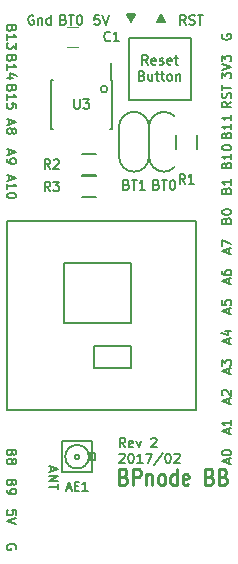
<source format=gto>
G04 #@! TF.FileFunction,Legend,Top*
%FSLAX46Y46*%
G04 Gerber Fmt 4.6, Leading zero omitted, Abs format (unit mm)*
G04 Created by KiCad (PCBNEW 4.0.5) date Sunday, 19 February 2017 'PMt' 17:56:42*
%MOMM*%
%LPD*%
G01*
G04 APERTURE LIST*
%ADD10C,0.200000*%
%ADD11C,0.150000*%
%ADD12C,0.287500*%
%ADD13C,0.120000*%
%ADD14C,0.203200*%
%ADD15C,0.152400*%
G04 APERTURE END LIST*
D10*
D11*
X151028524Y-86173905D02*
X150761857Y-85792952D01*
X150571381Y-86173905D02*
X150571381Y-85373905D01*
X150876143Y-85373905D01*
X150952334Y-85412000D01*
X150990429Y-85450095D01*
X151028524Y-85526286D01*
X151028524Y-85640571D01*
X150990429Y-85716762D01*
X150952334Y-85754857D01*
X150876143Y-85792952D01*
X150571381Y-85792952D01*
X151676143Y-86135810D02*
X151599953Y-86173905D01*
X151447572Y-86173905D01*
X151371381Y-86135810D01*
X151333286Y-86059619D01*
X151333286Y-85754857D01*
X151371381Y-85678667D01*
X151447572Y-85640571D01*
X151599953Y-85640571D01*
X151676143Y-85678667D01*
X151714238Y-85754857D01*
X151714238Y-85831048D01*
X151333286Y-85907238D01*
X152019000Y-86135810D02*
X152095190Y-86173905D01*
X152247571Y-86173905D01*
X152323762Y-86135810D01*
X152361857Y-86059619D01*
X152361857Y-86021524D01*
X152323762Y-85945333D01*
X152247571Y-85907238D01*
X152133286Y-85907238D01*
X152057095Y-85869143D01*
X152019000Y-85792952D01*
X152019000Y-85754857D01*
X152057095Y-85678667D01*
X152133286Y-85640571D01*
X152247571Y-85640571D01*
X152323762Y-85678667D01*
X153009476Y-86135810D02*
X152933286Y-86173905D01*
X152780905Y-86173905D01*
X152704714Y-86135810D01*
X152666619Y-86059619D01*
X152666619Y-85754857D01*
X152704714Y-85678667D01*
X152780905Y-85640571D01*
X152933286Y-85640571D01*
X153009476Y-85678667D01*
X153047571Y-85754857D01*
X153047571Y-85831048D01*
X152666619Y-85907238D01*
X153276142Y-85640571D02*
X153580904Y-85640571D01*
X153390428Y-85373905D02*
X153390428Y-86059619D01*
X153428523Y-86135810D01*
X153504714Y-86173905D01*
X153580904Y-86173905D01*
X150533285Y-87104857D02*
X150647571Y-87142952D01*
X150685666Y-87181048D01*
X150723761Y-87257238D01*
X150723761Y-87371524D01*
X150685666Y-87447714D01*
X150647571Y-87485810D01*
X150571380Y-87523905D01*
X150266618Y-87523905D01*
X150266618Y-86723905D01*
X150533285Y-86723905D01*
X150609475Y-86762000D01*
X150647571Y-86800095D01*
X150685666Y-86876286D01*
X150685666Y-86952476D01*
X150647571Y-87028667D01*
X150609475Y-87066762D01*
X150533285Y-87104857D01*
X150266618Y-87104857D01*
X151409475Y-86990571D02*
X151409475Y-87523905D01*
X151066618Y-86990571D02*
X151066618Y-87409619D01*
X151104713Y-87485810D01*
X151180904Y-87523905D01*
X151295190Y-87523905D01*
X151371380Y-87485810D01*
X151409475Y-87447714D01*
X151676142Y-86990571D02*
X151980904Y-86990571D01*
X151790428Y-86723905D02*
X151790428Y-87409619D01*
X151828523Y-87485810D01*
X151904714Y-87523905D01*
X151980904Y-87523905D01*
X152133285Y-86990571D02*
X152438047Y-86990571D01*
X152247571Y-86723905D02*
X152247571Y-87409619D01*
X152285666Y-87485810D01*
X152361857Y-87523905D01*
X152438047Y-87523905D01*
X152819000Y-87523905D02*
X152742809Y-87485810D01*
X152704714Y-87447714D01*
X152666619Y-87371524D01*
X152666619Y-87142952D01*
X152704714Y-87066762D01*
X152742809Y-87028667D01*
X152819000Y-86990571D01*
X152933286Y-86990571D01*
X153009476Y-87028667D01*
X153047571Y-87066762D01*
X153085667Y-87142952D01*
X153085667Y-87371524D01*
X153047571Y-87447714D01*
X153009476Y-87485810D01*
X152933286Y-87523905D01*
X152819000Y-87523905D01*
X153428524Y-86990571D02*
X153428524Y-87523905D01*
X153428524Y-87066762D02*
X153466619Y-87028667D01*
X153542810Y-86990571D01*
X153657096Y-86990571D01*
X153733286Y-87028667D01*
X153771381Y-87104857D01*
X153771381Y-87523905D01*
X157867333Y-119951428D02*
X157867333Y-119570476D01*
X158095905Y-120027619D02*
X157295905Y-119760952D01*
X158095905Y-119494285D01*
X157295905Y-119075238D02*
X157295905Y-118999047D01*
X157334000Y-118922857D01*
X157372095Y-118884762D01*
X157448286Y-118846666D01*
X157600667Y-118808571D01*
X157791143Y-118808571D01*
X157943524Y-118846666D01*
X158019714Y-118884762D01*
X158057810Y-118922857D01*
X158095905Y-118999047D01*
X158095905Y-119075238D01*
X158057810Y-119151428D01*
X158019714Y-119189524D01*
X157943524Y-119227619D01*
X157791143Y-119265714D01*
X157600667Y-119265714D01*
X157448286Y-119227619D01*
X157372095Y-119189524D01*
X157334000Y-119151428D01*
X157295905Y-119075238D01*
X157867333Y-117411428D02*
X157867333Y-117030476D01*
X158095905Y-117487619D02*
X157295905Y-117220952D01*
X158095905Y-116954285D01*
X158095905Y-116268571D02*
X158095905Y-116725714D01*
X158095905Y-116497143D02*
X157295905Y-116497143D01*
X157410190Y-116573333D01*
X157486381Y-116649524D01*
X157524476Y-116725714D01*
X139503143Y-119056191D02*
X139465048Y-119170477D01*
X139426952Y-119208572D01*
X139350762Y-119246667D01*
X139236476Y-119246667D01*
X139160286Y-119208572D01*
X139122190Y-119170477D01*
X139084095Y-119094286D01*
X139084095Y-118789524D01*
X139884095Y-118789524D01*
X139884095Y-119056191D01*
X139846000Y-119132381D01*
X139807905Y-119170477D01*
X139731714Y-119208572D01*
X139655524Y-119208572D01*
X139579333Y-119170477D01*
X139541238Y-119132381D01*
X139503143Y-119056191D01*
X139503143Y-118789524D01*
X139541238Y-119703810D02*
X139579333Y-119627619D01*
X139617429Y-119589524D01*
X139693619Y-119551429D01*
X139731714Y-119551429D01*
X139807905Y-119589524D01*
X139846000Y-119627619D01*
X139884095Y-119703810D01*
X139884095Y-119856191D01*
X139846000Y-119932381D01*
X139807905Y-119970477D01*
X139731714Y-120008572D01*
X139693619Y-120008572D01*
X139617429Y-119970477D01*
X139579333Y-119932381D01*
X139541238Y-119856191D01*
X139541238Y-119703810D01*
X139503143Y-119627619D01*
X139465048Y-119589524D01*
X139388857Y-119551429D01*
X139236476Y-119551429D01*
X139160286Y-119589524D01*
X139122190Y-119627619D01*
X139084095Y-119703810D01*
X139084095Y-119856191D01*
X139122190Y-119932381D01*
X139160286Y-119970477D01*
X139236476Y-120008572D01*
X139388857Y-120008572D01*
X139465048Y-119970477D01*
X139503143Y-119932381D01*
X139541238Y-119856191D01*
D10*
X147603981Y-88265000D02*
G75*
G03X147603981Y-88265000I-283981J0D01*
G01*
D11*
X149231429Y-96335857D02*
X149345715Y-96373952D01*
X149383810Y-96412048D01*
X149421905Y-96488238D01*
X149421905Y-96602524D01*
X149383810Y-96678714D01*
X149345715Y-96716810D01*
X149269524Y-96754905D01*
X148964762Y-96754905D01*
X148964762Y-95954905D01*
X149231429Y-95954905D01*
X149307619Y-95993000D01*
X149345715Y-96031095D01*
X149383810Y-96107286D01*
X149383810Y-96183476D01*
X149345715Y-96259667D01*
X149307619Y-96297762D01*
X149231429Y-96335857D01*
X148964762Y-96335857D01*
X149650476Y-95954905D02*
X150107619Y-95954905D01*
X149879048Y-96754905D02*
X149879048Y-95954905D01*
X150793334Y-96754905D02*
X150336191Y-96754905D01*
X150564762Y-96754905D02*
X150564762Y-95954905D01*
X150488572Y-96069190D01*
X150412381Y-96145381D01*
X150336191Y-96183476D01*
X151771429Y-96335857D02*
X151885715Y-96373952D01*
X151923810Y-96412048D01*
X151961905Y-96488238D01*
X151961905Y-96602524D01*
X151923810Y-96678714D01*
X151885715Y-96716810D01*
X151809524Y-96754905D01*
X151504762Y-96754905D01*
X151504762Y-95954905D01*
X151771429Y-95954905D01*
X151847619Y-95993000D01*
X151885715Y-96031095D01*
X151923810Y-96107286D01*
X151923810Y-96183476D01*
X151885715Y-96259667D01*
X151847619Y-96297762D01*
X151771429Y-96335857D01*
X151504762Y-96335857D01*
X152190476Y-95954905D02*
X152647619Y-95954905D01*
X152419048Y-96754905D02*
X152419048Y-95954905D01*
X153066667Y-95954905D02*
X153142858Y-95954905D01*
X153219048Y-95993000D01*
X153257143Y-96031095D01*
X153295239Y-96107286D01*
X153333334Y-96259667D01*
X153333334Y-96450143D01*
X153295239Y-96602524D01*
X153257143Y-96678714D01*
X153219048Y-96716810D01*
X153142858Y-96754905D01*
X153066667Y-96754905D01*
X152990477Y-96716810D01*
X152952381Y-96678714D01*
X152914286Y-96602524D01*
X152876191Y-96450143D01*
X152876191Y-96259667D01*
X152914286Y-96107286D01*
X152952381Y-96031095D01*
X152990477Y-95993000D01*
X153066667Y-95954905D01*
D10*
X153289000Y-90551000D02*
G75*
G03X151511000Y-90551000I-889000J-889000D01*
G01*
X151511000Y-94869000D02*
G75*
G03X153289000Y-94869000I889000J889000D01*
G01*
X151130000Y-91440000D02*
X151130000Y-93980000D01*
X148590000Y-93980000D02*
X148590000Y-91440000D01*
X151130000Y-93980000D02*
G75*
G03X152400000Y-95250000I1270000J0D01*
G01*
X152400000Y-90170000D02*
G75*
G03X151130000Y-91440000I0J-1270000D01*
G01*
X151130000Y-91440000D02*
G75*
G03X149860000Y-90170000I-1270000J0D01*
G01*
X149860000Y-95250000D02*
G75*
G03X151130000Y-93980000I0J1270000D01*
G01*
X148590000Y-93980000D02*
G75*
G03X149860000Y-95250000I1270000J0D01*
G01*
X149860000Y-90170000D02*
G75*
G03X148590000Y-91440000I0J-1270000D01*
G01*
D11*
X146913620Y-81984905D02*
X146532667Y-81984905D01*
X146494572Y-82365857D01*
X146532667Y-82327762D01*
X146608858Y-82289667D01*
X146799334Y-82289667D01*
X146875524Y-82327762D01*
X146913620Y-82365857D01*
X146951715Y-82442048D01*
X146951715Y-82632524D01*
X146913620Y-82708714D01*
X146875524Y-82746810D01*
X146799334Y-82784905D01*
X146608858Y-82784905D01*
X146532667Y-82746810D01*
X146494572Y-82708714D01*
X147180286Y-81984905D02*
X147446953Y-82784905D01*
X147713620Y-81984905D01*
X143897429Y-82365857D02*
X144011715Y-82403952D01*
X144049810Y-82442048D01*
X144087905Y-82518238D01*
X144087905Y-82632524D01*
X144049810Y-82708714D01*
X144011715Y-82746810D01*
X143935524Y-82784905D01*
X143630762Y-82784905D01*
X143630762Y-81984905D01*
X143897429Y-81984905D01*
X143973619Y-82023000D01*
X144011715Y-82061095D01*
X144049810Y-82137286D01*
X144049810Y-82213476D01*
X144011715Y-82289667D01*
X143973619Y-82327762D01*
X143897429Y-82365857D01*
X143630762Y-82365857D01*
X144316476Y-81984905D02*
X144773619Y-81984905D01*
X144545048Y-82784905D02*
X144545048Y-81984905D01*
X145192667Y-81984905D02*
X145268858Y-81984905D01*
X145345048Y-82023000D01*
X145383143Y-82061095D01*
X145421239Y-82137286D01*
X145459334Y-82289667D01*
X145459334Y-82480143D01*
X145421239Y-82632524D01*
X145383143Y-82708714D01*
X145345048Y-82746810D01*
X145268858Y-82784905D01*
X145192667Y-82784905D01*
X145116477Y-82746810D01*
X145078381Y-82708714D01*
X145040286Y-82632524D01*
X145002191Y-82480143D01*
X145002191Y-82289667D01*
X145040286Y-82137286D01*
X145078381Y-82061095D01*
X145116477Y-82023000D01*
X145192667Y-81984905D01*
X154247905Y-82784905D02*
X153981238Y-82403952D01*
X153790762Y-82784905D02*
X153790762Y-81984905D01*
X154095524Y-81984905D01*
X154171715Y-82023000D01*
X154209810Y-82061095D01*
X154247905Y-82137286D01*
X154247905Y-82251571D01*
X154209810Y-82327762D01*
X154171715Y-82365857D01*
X154095524Y-82403952D01*
X153790762Y-82403952D01*
X154552667Y-82746810D02*
X154666953Y-82784905D01*
X154857429Y-82784905D01*
X154933619Y-82746810D01*
X154971715Y-82708714D01*
X155009810Y-82632524D01*
X155009810Y-82556333D01*
X154971715Y-82480143D01*
X154933619Y-82442048D01*
X154857429Y-82403952D01*
X154705048Y-82365857D01*
X154628857Y-82327762D01*
X154590762Y-82289667D01*
X154552667Y-82213476D01*
X154552667Y-82137286D01*
X154590762Y-82061095D01*
X154628857Y-82023000D01*
X154705048Y-81984905D01*
X154895524Y-81984905D01*
X155009810Y-82023000D01*
X155238381Y-81984905D02*
X155695524Y-81984905D01*
X155466953Y-82784905D02*
X155466953Y-81984905D01*
X141344714Y-82023000D02*
X141268523Y-81984905D01*
X141154238Y-81984905D01*
X141039952Y-82023000D01*
X140963761Y-82099190D01*
X140925666Y-82175381D01*
X140887571Y-82327762D01*
X140887571Y-82442048D01*
X140925666Y-82594429D01*
X140963761Y-82670619D01*
X141039952Y-82746810D01*
X141154238Y-82784905D01*
X141230428Y-82784905D01*
X141344714Y-82746810D01*
X141382809Y-82708714D01*
X141382809Y-82442048D01*
X141230428Y-82442048D01*
X141725666Y-82251571D02*
X141725666Y-82784905D01*
X141725666Y-82327762D02*
X141763761Y-82289667D01*
X141839952Y-82251571D01*
X141954238Y-82251571D01*
X142030428Y-82289667D01*
X142068523Y-82365857D01*
X142068523Y-82784905D01*
X142792333Y-82784905D02*
X142792333Y-81984905D01*
X142792333Y-82746810D02*
X142716143Y-82784905D01*
X142563762Y-82784905D01*
X142487571Y-82746810D01*
X142449476Y-82708714D01*
X142411381Y-82632524D01*
X142411381Y-82403952D01*
X142449476Y-82327762D01*
X142487571Y-82289667D01*
X142563762Y-82251571D01*
X142716143Y-82251571D01*
X142792333Y-82289667D01*
X151841238Y-82505524D02*
X151841238Y-82543619D01*
X151879333Y-82429333D02*
X151879333Y-82543619D01*
X151917428Y-82353143D02*
X151917428Y-82543619D01*
X151955524Y-82276952D02*
X151955524Y-82543619D01*
X151993619Y-82238857D02*
X151993619Y-82543619D01*
X152031714Y-82162667D02*
X152031714Y-82543619D01*
X152069809Y-82086476D02*
X152069809Y-82543619D01*
X152107905Y-82010286D02*
X152107905Y-82543619D01*
X152146000Y-81934095D02*
X152146000Y-82543619D01*
X152184095Y-82010286D02*
X152184095Y-82543619D01*
X152222190Y-82086476D02*
X152222190Y-82543619D01*
X152260286Y-82162667D02*
X152260286Y-82543619D01*
X152298381Y-82238857D02*
X152298381Y-82543619D01*
X152336476Y-82276952D02*
X152336476Y-82543619D01*
X152374571Y-82353143D02*
X152374571Y-82543619D01*
X152412667Y-82429333D02*
X152412667Y-82543619D01*
X152450762Y-82543619D02*
X152146000Y-81972190D01*
X151841238Y-82543619D01*
X152450762Y-82505524D02*
X152450762Y-82543619D01*
X152146000Y-81934095D02*
X152488857Y-82543619D01*
X151803143Y-82543619D01*
X152146000Y-81934095D01*
X149910762Y-81972190D02*
X149910762Y-81934095D01*
X149872667Y-82048381D02*
X149872667Y-81934095D01*
X149834571Y-82124571D02*
X149834571Y-81934095D01*
X149796476Y-82200762D02*
X149796476Y-81934095D01*
X149758381Y-82238857D02*
X149758381Y-81934095D01*
X149720286Y-82315048D02*
X149720286Y-81934095D01*
X149682190Y-82391238D02*
X149682190Y-81934095D01*
X149644095Y-82467429D02*
X149644095Y-81934095D01*
X149606000Y-82543619D02*
X149606000Y-81934095D01*
X149567905Y-82467429D02*
X149567905Y-81934095D01*
X149529809Y-82391238D02*
X149529809Y-81934095D01*
X149491714Y-82315048D02*
X149491714Y-81934095D01*
X149453619Y-82238857D02*
X149453619Y-81934095D01*
X149415524Y-82200762D02*
X149415524Y-81934095D01*
X149377428Y-82124571D02*
X149377428Y-81934095D01*
X149339333Y-82048381D02*
X149339333Y-81934095D01*
X149301238Y-81934095D02*
X149606000Y-82505524D01*
X149910762Y-81934095D01*
X149301238Y-81972190D02*
X149301238Y-81934095D01*
X149606000Y-82543619D02*
X149263143Y-81934095D01*
X149948857Y-81934095D01*
X149606000Y-82543619D01*
X139312667Y-90868572D02*
X139312667Y-91249524D01*
X139084095Y-90792381D02*
X139884095Y-91059048D01*
X139084095Y-91325715D01*
X139541238Y-91706667D02*
X139579333Y-91630476D01*
X139617429Y-91592381D01*
X139693619Y-91554286D01*
X139731714Y-91554286D01*
X139807905Y-91592381D01*
X139846000Y-91630476D01*
X139884095Y-91706667D01*
X139884095Y-91859048D01*
X139846000Y-91935238D01*
X139807905Y-91973334D01*
X139731714Y-92011429D01*
X139693619Y-92011429D01*
X139617429Y-91973334D01*
X139579333Y-91935238D01*
X139541238Y-91859048D01*
X139541238Y-91706667D01*
X139503143Y-91630476D01*
X139465048Y-91592381D01*
X139388857Y-91554286D01*
X139236476Y-91554286D01*
X139160286Y-91592381D01*
X139122190Y-91630476D01*
X139084095Y-91706667D01*
X139084095Y-91859048D01*
X139122190Y-91935238D01*
X139160286Y-91973334D01*
X139236476Y-92011429D01*
X139388857Y-92011429D01*
X139465048Y-91973334D01*
X139503143Y-91935238D01*
X139541238Y-91859048D01*
X157867333Y-114871428D02*
X157867333Y-114490476D01*
X158095905Y-114947619D02*
X157295905Y-114680952D01*
X158095905Y-114414285D01*
X157372095Y-114185714D02*
X157334000Y-114147619D01*
X157295905Y-114071428D01*
X157295905Y-113880952D01*
X157334000Y-113804762D01*
X157372095Y-113766666D01*
X157448286Y-113728571D01*
X157524476Y-113728571D01*
X157638762Y-113766666D01*
X158095905Y-114223809D01*
X158095905Y-113728571D01*
X157676857Y-92144762D02*
X157714952Y-92030476D01*
X157753048Y-91992381D01*
X157829238Y-91954286D01*
X157943524Y-91954286D01*
X158019714Y-91992381D01*
X158057810Y-92030476D01*
X158095905Y-92106667D01*
X158095905Y-92411429D01*
X157295905Y-92411429D01*
X157295905Y-92144762D01*
X157334000Y-92068572D01*
X157372095Y-92030476D01*
X157448286Y-91992381D01*
X157524476Y-91992381D01*
X157600667Y-92030476D01*
X157638762Y-92068572D01*
X157676857Y-92144762D01*
X157676857Y-92411429D01*
X158095905Y-91192381D02*
X158095905Y-91649524D01*
X158095905Y-91420953D02*
X157295905Y-91420953D01*
X157410190Y-91497143D01*
X157486381Y-91573334D01*
X157524476Y-91649524D01*
X158095905Y-90430476D02*
X158095905Y-90887619D01*
X158095905Y-90659048D02*
X157295905Y-90659048D01*
X157410190Y-90735238D01*
X157486381Y-90811429D01*
X157524476Y-90887619D01*
X157676857Y-94684762D02*
X157714952Y-94570476D01*
X157753048Y-94532381D01*
X157829238Y-94494286D01*
X157943524Y-94494286D01*
X158019714Y-94532381D01*
X158057810Y-94570476D01*
X158095905Y-94646667D01*
X158095905Y-94951429D01*
X157295905Y-94951429D01*
X157295905Y-94684762D01*
X157334000Y-94608572D01*
X157372095Y-94570476D01*
X157448286Y-94532381D01*
X157524476Y-94532381D01*
X157600667Y-94570476D01*
X157638762Y-94608572D01*
X157676857Y-94684762D01*
X157676857Y-94951429D01*
X158095905Y-93732381D02*
X158095905Y-94189524D01*
X158095905Y-93960953D02*
X157295905Y-93960953D01*
X157410190Y-94037143D01*
X157486381Y-94113334D01*
X157524476Y-94189524D01*
X157295905Y-93237143D02*
X157295905Y-93160952D01*
X157334000Y-93084762D01*
X157372095Y-93046667D01*
X157448286Y-93008571D01*
X157600667Y-92970476D01*
X157791143Y-92970476D01*
X157943524Y-93008571D01*
X158019714Y-93046667D01*
X158057810Y-93084762D01*
X158095905Y-93160952D01*
X158095905Y-93237143D01*
X158057810Y-93313333D01*
X158019714Y-93351429D01*
X157943524Y-93389524D01*
X157791143Y-93427619D01*
X157600667Y-93427619D01*
X157448286Y-93389524D01*
X157372095Y-93351429D01*
X157334000Y-93313333D01*
X157295905Y-93237143D01*
X139503143Y-88195238D02*
X139465048Y-88309524D01*
X139426952Y-88347619D01*
X139350762Y-88385714D01*
X139236476Y-88385714D01*
X139160286Y-88347619D01*
X139122190Y-88309524D01*
X139084095Y-88233333D01*
X139084095Y-87928571D01*
X139884095Y-87928571D01*
X139884095Y-88195238D01*
X139846000Y-88271428D01*
X139807905Y-88309524D01*
X139731714Y-88347619D01*
X139655524Y-88347619D01*
X139579333Y-88309524D01*
X139541238Y-88271428D01*
X139503143Y-88195238D01*
X139503143Y-87928571D01*
X139084095Y-89147619D02*
X139084095Y-88690476D01*
X139084095Y-88919047D02*
X139884095Y-88919047D01*
X139769810Y-88842857D01*
X139693619Y-88766666D01*
X139655524Y-88690476D01*
X139884095Y-89871429D02*
X139884095Y-89490476D01*
X139503143Y-89452381D01*
X139541238Y-89490476D01*
X139579333Y-89566667D01*
X139579333Y-89757143D01*
X139541238Y-89833333D01*
X139503143Y-89871429D01*
X139426952Y-89909524D01*
X139236476Y-89909524D01*
X139160286Y-89871429D01*
X139122190Y-89833333D01*
X139084095Y-89757143D01*
X139084095Y-89566667D01*
X139122190Y-89490476D01*
X139160286Y-89452381D01*
X139846000Y-127209524D02*
X139884095Y-127133333D01*
X139884095Y-127019048D01*
X139846000Y-126904762D01*
X139769810Y-126828571D01*
X139693619Y-126790476D01*
X139541238Y-126752381D01*
X139426952Y-126752381D01*
X139274571Y-126790476D01*
X139198381Y-126828571D01*
X139122190Y-126904762D01*
X139084095Y-127019048D01*
X139084095Y-127095238D01*
X139122190Y-127209524D01*
X139160286Y-127247619D01*
X139426952Y-127247619D01*
X139426952Y-127095238D01*
X157867333Y-112331428D02*
X157867333Y-111950476D01*
X158095905Y-112407619D02*
X157295905Y-112140952D01*
X158095905Y-111874285D01*
X157295905Y-111683809D02*
X157295905Y-111188571D01*
X157600667Y-111455238D01*
X157600667Y-111340952D01*
X157638762Y-111264762D01*
X157676857Y-111226666D01*
X157753048Y-111188571D01*
X157943524Y-111188571D01*
X158019714Y-111226666D01*
X158057810Y-111264762D01*
X158095905Y-111340952D01*
X158095905Y-111569524D01*
X158057810Y-111645714D01*
X158019714Y-111683809D01*
X157676857Y-96843809D02*
X157714952Y-96729523D01*
X157753048Y-96691428D01*
X157829238Y-96653333D01*
X157943524Y-96653333D01*
X158019714Y-96691428D01*
X158057810Y-96729523D01*
X158095905Y-96805714D01*
X158095905Y-97110476D01*
X157295905Y-97110476D01*
X157295905Y-96843809D01*
X157334000Y-96767619D01*
X157372095Y-96729523D01*
X157448286Y-96691428D01*
X157524476Y-96691428D01*
X157600667Y-96729523D01*
X157638762Y-96767619D01*
X157676857Y-96843809D01*
X157676857Y-97110476D01*
X158095905Y-95891428D02*
X158095905Y-96348571D01*
X158095905Y-96120000D02*
X157295905Y-96120000D01*
X157410190Y-96196190D01*
X157486381Y-96272381D01*
X157524476Y-96348571D01*
X157676857Y-99383809D02*
X157714952Y-99269523D01*
X157753048Y-99231428D01*
X157829238Y-99193333D01*
X157943524Y-99193333D01*
X158019714Y-99231428D01*
X158057810Y-99269523D01*
X158095905Y-99345714D01*
X158095905Y-99650476D01*
X157295905Y-99650476D01*
X157295905Y-99383809D01*
X157334000Y-99307619D01*
X157372095Y-99269523D01*
X157448286Y-99231428D01*
X157524476Y-99231428D01*
X157600667Y-99269523D01*
X157638762Y-99307619D01*
X157676857Y-99383809D01*
X157676857Y-99650476D01*
X157295905Y-98698095D02*
X157295905Y-98621904D01*
X157334000Y-98545714D01*
X157372095Y-98507619D01*
X157448286Y-98469523D01*
X157600667Y-98431428D01*
X157791143Y-98431428D01*
X157943524Y-98469523D01*
X158019714Y-98507619D01*
X158057810Y-98545714D01*
X158095905Y-98621904D01*
X158095905Y-98698095D01*
X158057810Y-98774285D01*
X158019714Y-98812381D01*
X157943524Y-98850476D01*
X157791143Y-98888571D01*
X157600667Y-98888571D01*
X157448286Y-98850476D01*
X157372095Y-98812381D01*
X157334000Y-98774285D01*
X157295905Y-98698095D01*
X142868667Y-120243715D02*
X142868667Y-120624667D01*
X142640095Y-120167524D02*
X143440095Y-120434191D01*
X142640095Y-120700858D01*
X142640095Y-120967524D02*
X143440095Y-120967524D01*
X142640095Y-121424667D01*
X143440095Y-121424667D01*
X143440095Y-121691333D02*
X143440095Y-122148476D01*
X142640095Y-121919905D02*
X143440095Y-121919905D01*
X157867333Y-109791428D02*
X157867333Y-109410476D01*
X158095905Y-109867619D02*
X157295905Y-109600952D01*
X158095905Y-109334285D01*
X157562571Y-108724762D02*
X158095905Y-108724762D01*
X157257810Y-108915238D02*
X157829238Y-109105714D01*
X157829238Y-108610476D01*
X157867333Y-107251428D02*
X157867333Y-106870476D01*
X158095905Y-107327619D02*
X157295905Y-107060952D01*
X158095905Y-106794285D01*
X157295905Y-106146666D02*
X157295905Y-106527619D01*
X157676857Y-106565714D01*
X157638762Y-106527619D01*
X157600667Y-106451428D01*
X157600667Y-106260952D01*
X157638762Y-106184762D01*
X157676857Y-106146666D01*
X157753048Y-106108571D01*
X157943524Y-106108571D01*
X158019714Y-106146666D01*
X158057810Y-106184762D01*
X158095905Y-106260952D01*
X158095905Y-106451428D01*
X158057810Y-106527619D01*
X158019714Y-106565714D01*
X157867333Y-104711428D02*
X157867333Y-104330476D01*
X158095905Y-104787619D02*
X157295905Y-104520952D01*
X158095905Y-104254285D01*
X157295905Y-103644762D02*
X157295905Y-103797143D01*
X157334000Y-103873333D01*
X157372095Y-103911428D01*
X157486381Y-103987619D01*
X157638762Y-104025714D01*
X157943524Y-104025714D01*
X158019714Y-103987619D01*
X158057810Y-103949524D01*
X158095905Y-103873333D01*
X158095905Y-103720952D01*
X158057810Y-103644762D01*
X158019714Y-103606666D01*
X157943524Y-103568571D01*
X157753048Y-103568571D01*
X157676857Y-103606666D01*
X157638762Y-103644762D01*
X157600667Y-103720952D01*
X157600667Y-103873333D01*
X157638762Y-103949524D01*
X157676857Y-103987619D01*
X157753048Y-104025714D01*
X157867333Y-102171428D02*
X157867333Y-101790476D01*
X158095905Y-102247619D02*
X157295905Y-101980952D01*
X158095905Y-101714285D01*
X157295905Y-101523809D02*
X157295905Y-100990476D01*
X158095905Y-101333333D01*
X158095905Y-89338095D02*
X157714952Y-89604762D01*
X158095905Y-89795238D02*
X157295905Y-89795238D01*
X157295905Y-89490476D01*
X157334000Y-89414285D01*
X157372095Y-89376190D01*
X157448286Y-89338095D01*
X157562571Y-89338095D01*
X157638762Y-89376190D01*
X157676857Y-89414285D01*
X157714952Y-89490476D01*
X157714952Y-89795238D01*
X158057810Y-89033333D02*
X158095905Y-88919047D01*
X158095905Y-88728571D01*
X158057810Y-88652381D01*
X158019714Y-88614285D01*
X157943524Y-88576190D01*
X157867333Y-88576190D01*
X157791143Y-88614285D01*
X157753048Y-88652381D01*
X157714952Y-88728571D01*
X157676857Y-88880952D01*
X157638762Y-88957143D01*
X157600667Y-88995238D01*
X157524476Y-89033333D01*
X157448286Y-89033333D01*
X157372095Y-88995238D01*
X157334000Y-88957143D01*
X157295905Y-88880952D01*
X157295905Y-88690476D01*
X157334000Y-88576190D01*
X157295905Y-88347619D02*
X157295905Y-87890476D01*
X158095905Y-88119047D02*
X157295905Y-88119047D01*
X157295905Y-87350476D02*
X157295905Y-86855238D01*
X157600667Y-87121905D01*
X157600667Y-87007619D01*
X157638762Y-86931429D01*
X157676857Y-86893333D01*
X157753048Y-86855238D01*
X157943524Y-86855238D01*
X158019714Y-86893333D01*
X158057810Y-86931429D01*
X158095905Y-87007619D01*
X158095905Y-87236191D01*
X158057810Y-87312381D01*
X158019714Y-87350476D01*
X157295905Y-86626667D02*
X158095905Y-86360000D01*
X157295905Y-86093333D01*
X157295905Y-85902857D02*
X157295905Y-85407619D01*
X157600667Y-85674286D01*
X157600667Y-85560000D01*
X157638762Y-85483810D01*
X157676857Y-85445714D01*
X157753048Y-85407619D01*
X157943524Y-85407619D01*
X158019714Y-85445714D01*
X158057810Y-85483810D01*
X158095905Y-85560000D01*
X158095905Y-85788572D01*
X158057810Y-85864762D01*
X158019714Y-85902857D01*
X157334000Y-83610476D02*
X157295905Y-83686667D01*
X157295905Y-83800952D01*
X157334000Y-83915238D01*
X157410190Y-83991429D01*
X157486381Y-84029524D01*
X157638762Y-84067619D01*
X157753048Y-84067619D01*
X157905429Y-84029524D01*
X157981619Y-83991429D01*
X158057810Y-83915238D01*
X158095905Y-83800952D01*
X158095905Y-83724762D01*
X158057810Y-83610476D01*
X158019714Y-83572381D01*
X157753048Y-83572381D01*
X157753048Y-83724762D01*
X139503143Y-83115238D02*
X139465048Y-83229524D01*
X139426952Y-83267619D01*
X139350762Y-83305714D01*
X139236476Y-83305714D01*
X139160286Y-83267619D01*
X139122190Y-83229524D01*
X139084095Y-83153333D01*
X139084095Y-82848571D01*
X139884095Y-82848571D01*
X139884095Y-83115238D01*
X139846000Y-83191428D01*
X139807905Y-83229524D01*
X139731714Y-83267619D01*
X139655524Y-83267619D01*
X139579333Y-83229524D01*
X139541238Y-83191428D01*
X139503143Y-83115238D01*
X139503143Y-82848571D01*
X139084095Y-84067619D02*
X139084095Y-83610476D01*
X139084095Y-83839047D02*
X139884095Y-83839047D01*
X139769810Y-83762857D01*
X139693619Y-83686666D01*
X139655524Y-83610476D01*
X139884095Y-84334286D02*
X139884095Y-84829524D01*
X139579333Y-84562857D01*
X139579333Y-84677143D01*
X139541238Y-84753333D01*
X139503143Y-84791429D01*
X139426952Y-84829524D01*
X139236476Y-84829524D01*
X139160286Y-84791429D01*
X139122190Y-84753333D01*
X139084095Y-84677143D01*
X139084095Y-84448571D01*
X139122190Y-84372381D01*
X139160286Y-84334286D01*
X139503143Y-85655238D02*
X139465048Y-85769524D01*
X139426952Y-85807619D01*
X139350762Y-85845714D01*
X139236476Y-85845714D01*
X139160286Y-85807619D01*
X139122190Y-85769524D01*
X139084095Y-85693333D01*
X139084095Y-85388571D01*
X139884095Y-85388571D01*
X139884095Y-85655238D01*
X139846000Y-85731428D01*
X139807905Y-85769524D01*
X139731714Y-85807619D01*
X139655524Y-85807619D01*
X139579333Y-85769524D01*
X139541238Y-85731428D01*
X139503143Y-85655238D01*
X139503143Y-85388571D01*
X139084095Y-86607619D02*
X139084095Y-86150476D01*
X139084095Y-86379047D02*
X139884095Y-86379047D01*
X139769810Y-86302857D01*
X139693619Y-86226666D01*
X139655524Y-86150476D01*
X139617429Y-87293333D02*
X139084095Y-87293333D01*
X139922190Y-87102857D02*
X139350762Y-86912381D01*
X139350762Y-87407619D01*
X139312667Y-93408572D02*
X139312667Y-93789524D01*
X139084095Y-93332381D02*
X139884095Y-93599048D01*
X139084095Y-93865715D01*
X139084095Y-94170476D02*
X139084095Y-94322857D01*
X139122190Y-94399048D01*
X139160286Y-94437143D01*
X139274571Y-94513334D01*
X139426952Y-94551429D01*
X139731714Y-94551429D01*
X139807905Y-94513334D01*
X139846000Y-94475238D01*
X139884095Y-94399048D01*
X139884095Y-94246667D01*
X139846000Y-94170476D01*
X139807905Y-94132381D01*
X139731714Y-94094286D01*
X139541238Y-94094286D01*
X139465048Y-94132381D01*
X139426952Y-94170476D01*
X139388857Y-94246667D01*
X139388857Y-94399048D01*
X139426952Y-94475238D01*
X139465048Y-94513334D01*
X139541238Y-94551429D01*
X139312667Y-95567619D02*
X139312667Y-95948571D01*
X139084095Y-95491428D02*
X139884095Y-95758095D01*
X139084095Y-96024762D01*
X139084095Y-96710476D02*
X139084095Y-96253333D01*
X139084095Y-96481904D02*
X139884095Y-96481904D01*
X139769810Y-96405714D01*
X139693619Y-96329523D01*
X139655524Y-96253333D01*
X139884095Y-97205714D02*
X139884095Y-97281905D01*
X139846000Y-97358095D01*
X139807905Y-97396190D01*
X139731714Y-97434286D01*
X139579333Y-97472381D01*
X139388857Y-97472381D01*
X139236476Y-97434286D01*
X139160286Y-97396190D01*
X139122190Y-97358095D01*
X139084095Y-97281905D01*
X139084095Y-97205714D01*
X139122190Y-97129524D01*
X139160286Y-97091428D01*
X139236476Y-97053333D01*
X139388857Y-97015238D01*
X139579333Y-97015238D01*
X139731714Y-97053333D01*
X139807905Y-97091428D01*
X139846000Y-97129524D01*
X139884095Y-97205714D01*
X139884095Y-124307620D02*
X139884095Y-123926667D01*
X139503143Y-123888572D01*
X139541238Y-123926667D01*
X139579333Y-124002858D01*
X139579333Y-124193334D01*
X139541238Y-124269524D01*
X139503143Y-124307620D01*
X139426952Y-124345715D01*
X139236476Y-124345715D01*
X139160286Y-124307620D01*
X139122190Y-124269524D01*
X139084095Y-124193334D01*
X139084095Y-124002858D01*
X139122190Y-123926667D01*
X139160286Y-123888572D01*
X139884095Y-124574286D02*
X139084095Y-124840953D01*
X139884095Y-125107620D01*
X139503143Y-121596191D02*
X139465048Y-121710477D01*
X139426952Y-121748572D01*
X139350762Y-121786667D01*
X139236476Y-121786667D01*
X139160286Y-121748572D01*
X139122190Y-121710477D01*
X139084095Y-121634286D01*
X139084095Y-121329524D01*
X139884095Y-121329524D01*
X139884095Y-121596191D01*
X139846000Y-121672381D01*
X139807905Y-121710477D01*
X139731714Y-121748572D01*
X139655524Y-121748572D01*
X139579333Y-121710477D01*
X139541238Y-121672381D01*
X139503143Y-121596191D01*
X139503143Y-121329524D01*
X139084095Y-122167619D02*
X139084095Y-122320000D01*
X139122190Y-122396191D01*
X139160286Y-122434286D01*
X139274571Y-122510477D01*
X139426952Y-122548572D01*
X139731714Y-122548572D01*
X139807905Y-122510477D01*
X139846000Y-122472381D01*
X139884095Y-122396191D01*
X139884095Y-122243810D01*
X139846000Y-122167619D01*
X139807905Y-122129524D01*
X139731714Y-122091429D01*
X139541238Y-122091429D01*
X139465048Y-122129524D01*
X139426952Y-122167619D01*
X139388857Y-122243810D01*
X139388857Y-122396191D01*
X139426952Y-122472381D01*
X139465048Y-122510477D01*
X139541238Y-122548572D01*
X149110619Y-118558905D02*
X148843952Y-118177952D01*
X148653476Y-118558905D02*
X148653476Y-117758905D01*
X148958238Y-117758905D01*
X149034429Y-117797000D01*
X149072524Y-117835095D01*
X149110619Y-117911286D01*
X149110619Y-118025571D01*
X149072524Y-118101762D01*
X149034429Y-118139857D01*
X148958238Y-118177952D01*
X148653476Y-118177952D01*
X149758238Y-118520810D02*
X149682048Y-118558905D01*
X149529667Y-118558905D01*
X149453476Y-118520810D01*
X149415381Y-118444619D01*
X149415381Y-118139857D01*
X149453476Y-118063667D01*
X149529667Y-118025571D01*
X149682048Y-118025571D01*
X149758238Y-118063667D01*
X149796333Y-118139857D01*
X149796333Y-118216048D01*
X149415381Y-118292238D01*
X150063000Y-118025571D02*
X150253476Y-118558905D01*
X150443952Y-118025571D01*
X151320143Y-117835095D02*
X151358238Y-117797000D01*
X151434429Y-117758905D01*
X151624905Y-117758905D01*
X151701095Y-117797000D01*
X151739191Y-117835095D01*
X151777286Y-117911286D01*
X151777286Y-117987476D01*
X151739191Y-118101762D01*
X151282048Y-118558905D01*
X151777286Y-118558905D01*
X148615381Y-119185095D02*
X148653476Y-119147000D01*
X148729667Y-119108905D01*
X148920143Y-119108905D01*
X148996333Y-119147000D01*
X149034429Y-119185095D01*
X149072524Y-119261286D01*
X149072524Y-119337476D01*
X149034429Y-119451762D01*
X148577286Y-119908905D01*
X149072524Y-119908905D01*
X149567762Y-119108905D02*
X149643953Y-119108905D01*
X149720143Y-119147000D01*
X149758238Y-119185095D01*
X149796334Y-119261286D01*
X149834429Y-119413667D01*
X149834429Y-119604143D01*
X149796334Y-119756524D01*
X149758238Y-119832714D01*
X149720143Y-119870810D01*
X149643953Y-119908905D01*
X149567762Y-119908905D01*
X149491572Y-119870810D01*
X149453476Y-119832714D01*
X149415381Y-119756524D01*
X149377286Y-119604143D01*
X149377286Y-119413667D01*
X149415381Y-119261286D01*
X149453476Y-119185095D01*
X149491572Y-119147000D01*
X149567762Y-119108905D01*
X150596334Y-119908905D02*
X150139191Y-119908905D01*
X150367762Y-119908905D02*
X150367762Y-119108905D01*
X150291572Y-119223190D01*
X150215381Y-119299381D01*
X150139191Y-119337476D01*
X150863001Y-119108905D02*
X151396334Y-119108905D01*
X151053477Y-119908905D01*
X152272525Y-119070810D02*
X151586810Y-120099381D01*
X152691572Y-119108905D02*
X152767763Y-119108905D01*
X152843953Y-119147000D01*
X152882048Y-119185095D01*
X152920144Y-119261286D01*
X152958239Y-119413667D01*
X152958239Y-119604143D01*
X152920144Y-119756524D01*
X152882048Y-119832714D01*
X152843953Y-119870810D01*
X152767763Y-119908905D01*
X152691572Y-119908905D01*
X152615382Y-119870810D01*
X152577286Y-119832714D01*
X152539191Y-119756524D01*
X152501096Y-119604143D01*
X152501096Y-119413667D01*
X152539191Y-119261286D01*
X152577286Y-119185095D01*
X152615382Y-119147000D01*
X152691572Y-119108905D01*
X153263001Y-119185095D02*
X153301096Y-119147000D01*
X153377287Y-119108905D01*
X153567763Y-119108905D01*
X153643953Y-119147000D01*
X153682049Y-119185095D01*
X153720144Y-119261286D01*
X153720144Y-119337476D01*
X153682049Y-119451762D01*
X153224906Y-119908905D01*
X153720144Y-119908905D01*
D12*
X148993143Y-121058000D02*
X149157429Y-121124667D01*
X149212190Y-121191333D01*
X149266952Y-121324667D01*
X149266952Y-121524667D01*
X149212190Y-121658000D01*
X149157429Y-121724667D01*
X149047905Y-121791333D01*
X148609810Y-121791333D01*
X148609810Y-120391333D01*
X148993143Y-120391333D01*
X149102667Y-120458000D01*
X149157429Y-120524667D01*
X149212190Y-120658000D01*
X149212190Y-120791333D01*
X149157429Y-120924667D01*
X149102667Y-120991333D01*
X148993143Y-121058000D01*
X148609810Y-121058000D01*
X149759810Y-121791333D02*
X149759810Y-120391333D01*
X150197905Y-120391333D01*
X150307429Y-120458000D01*
X150362190Y-120524667D01*
X150416952Y-120658000D01*
X150416952Y-120858000D01*
X150362190Y-120991333D01*
X150307429Y-121058000D01*
X150197905Y-121124667D01*
X149759810Y-121124667D01*
X150909810Y-120858000D02*
X150909810Y-121791333D01*
X150909810Y-120991333D02*
X150964571Y-120924667D01*
X151074095Y-120858000D01*
X151238381Y-120858000D01*
X151347905Y-120924667D01*
X151402667Y-121058000D01*
X151402667Y-121791333D01*
X152114571Y-121791333D02*
X152005047Y-121724667D01*
X151950286Y-121658000D01*
X151895524Y-121524667D01*
X151895524Y-121124667D01*
X151950286Y-120991333D01*
X152005047Y-120924667D01*
X152114571Y-120858000D01*
X152278857Y-120858000D01*
X152388381Y-120924667D01*
X152443143Y-120991333D01*
X152497905Y-121124667D01*
X152497905Y-121524667D01*
X152443143Y-121658000D01*
X152388381Y-121724667D01*
X152278857Y-121791333D01*
X152114571Y-121791333D01*
X153483619Y-121791333D02*
X153483619Y-120391333D01*
X153483619Y-121724667D02*
X153374095Y-121791333D01*
X153155047Y-121791333D01*
X153045523Y-121724667D01*
X152990762Y-121658000D01*
X152936000Y-121524667D01*
X152936000Y-121124667D01*
X152990762Y-120991333D01*
X153045523Y-120924667D01*
X153155047Y-120858000D01*
X153374095Y-120858000D01*
X153483619Y-120924667D01*
X154469333Y-121724667D02*
X154359809Y-121791333D01*
X154140761Y-121791333D01*
X154031238Y-121724667D01*
X153976476Y-121591333D01*
X153976476Y-121058000D01*
X154031238Y-120924667D01*
X154140761Y-120858000D01*
X154359809Y-120858000D01*
X154469333Y-120924667D01*
X154524095Y-121058000D01*
X154524095Y-121191333D01*
X153976476Y-121324667D01*
X156276475Y-121058000D02*
X156440761Y-121124667D01*
X156495522Y-121191333D01*
X156550284Y-121324667D01*
X156550284Y-121524667D01*
X156495522Y-121658000D01*
X156440761Y-121724667D01*
X156331237Y-121791333D01*
X155893142Y-121791333D01*
X155893142Y-120391333D01*
X156276475Y-120391333D01*
X156385999Y-120458000D01*
X156440761Y-120524667D01*
X156495522Y-120658000D01*
X156495522Y-120791333D01*
X156440761Y-120924667D01*
X156385999Y-120991333D01*
X156276475Y-121058000D01*
X155893142Y-121058000D01*
X157426475Y-121058000D02*
X157590761Y-121124667D01*
X157645522Y-121191333D01*
X157700284Y-121324667D01*
X157700284Y-121524667D01*
X157645522Y-121658000D01*
X157590761Y-121724667D01*
X157481237Y-121791333D01*
X157043142Y-121791333D01*
X157043142Y-120391333D01*
X157426475Y-120391333D01*
X157535999Y-120458000D01*
X157590761Y-120524667D01*
X157645522Y-120658000D01*
X157645522Y-120791333D01*
X157590761Y-120924667D01*
X157535999Y-120991333D01*
X157426475Y-121058000D01*
X157043142Y-121058000D01*
D11*
X147990000Y-87460000D02*
X147940000Y-87460000D01*
X147990000Y-91610000D02*
X147845000Y-91610000D01*
X142840000Y-91610000D02*
X142985000Y-91610000D01*
X142840000Y-87460000D02*
X142985000Y-87460000D01*
X147990000Y-87460000D02*
X147990000Y-91610000D01*
X142840000Y-87460000D02*
X142840000Y-91610000D01*
X147940000Y-87460000D02*
X147940000Y-86060000D01*
D13*
X144153000Y-84670000D02*
X145153000Y-84670000D01*
X145153000Y-82970000D02*
X144153000Y-82970000D01*
D11*
X155180000Y-92110000D02*
X155180000Y-93310000D01*
X153430000Y-93310000D02*
X153430000Y-92110000D01*
X154674000Y-83935000D02*
X149474000Y-83935000D01*
X149474000Y-83935000D02*
X149474000Y-89135000D01*
X149474000Y-89135000D02*
X154674000Y-89135000D01*
X154674000Y-89135000D02*
X154674000Y-83935000D01*
X146650000Y-95490000D02*
X145450000Y-95490000D01*
X145450000Y-93740000D02*
X146650000Y-93740000D01*
X146650000Y-97395000D02*
X145450000Y-97395000D01*
X145450000Y-95645000D02*
X146650000Y-95645000D01*
X149606000Y-111887000D02*
X149606000Y-109982000D01*
X146431000Y-111887000D02*
X149606000Y-111887000D01*
X146431000Y-109982000D02*
X146431000Y-111887000D01*
X149606000Y-109982000D02*
X146431000Y-109982000D01*
X149606000Y-108077000D02*
X149606000Y-102997000D01*
X143891000Y-108077000D02*
X149606000Y-108077000D01*
X143891000Y-102997000D02*
X143891000Y-108077000D01*
X149606000Y-102997000D02*
X143891000Y-102997000D01*
X155066000Y-115442000D02*
X155066000Y-99442000D01*
X139066000Y-115442000D02*
X155066000Y-115442000D01*
X139066000Y-99442000D02*
X139066000Y-115442000D01*
X155066000Y-99442000D02*
X139066000Y-99442000D01*
D14*
X146134000Y-119680000D02*
X146134000Y-119080000D01*
X146534000Y-119680000D02*
X146034000Y-119680000D01*
X146534000Y-119680000D02*
X146534000Y-119080000D01*
X146534000Y-119080000D02*
X146034000Y-119080000D01*
X145234000Y-119380000D02*
G75*
G03X145234000Y-119380000I-200000J0D01*
G01*
X146034000Y-119380000D02*
G75*
G03X146034000Y-119380000I-1000000J0D01*
G01*
X143734000Y-118080000D02*
X143734000Y-120680000D01*
X143734000Y-120680000D02*
X146334000Y-120680000D01*
X146334000Y-120680000D02*
X146334000Y-118080000D01*
X146334000Y-118080000D02*
X143734000Y-118080000D01*
D11*
X144805476Y-89096905D02*
X144805476Y-89744524D01*
X144843571Y-89820714D01*
X144881667Y-89858810D01*
X144957857Y-89896905D01*
X145110238Y-89896905D01*
X145186429Y-89858810D01*
X145224524Y-89820714D01*
X145262619Y-89744524D01*
X145262619Y-89096905D01*
X145567381Y-89096905D02*
X146062619Y-89096905D01*
X145795952Y-89401667D01*
X145910238Y-89401667D01*
X145986428Y-89439762D01*
X146024524Y-89477857D01*
X146062619Y-89554048D01*
X146062619Y-89744524D01*
X146024524Y-89820714D01*
X145986428Y-89858810D01*
X145910238Y-89896905D01*
X145681666Y-89896905D01*
X145605476Y-89858810D01*
X145567381Y-89820714D01*
X147821667Y-84105714D02*
X147783572Y-84143810D01*
X147669286Y-84181905D01*
X147593096Y-84181905D01*
X147478810Y-84143810D01*
X147402619Y-84067619D01*
X147364524Y-83991429D01*
X147326429Y-83839048D01*
X147326429Y-83724762D01*
X147364524Y-83572381D01*
X147402619Y-83496190D01*
X147478810Y-83420000D01*
X147593096Y-83381905D01*
X147669286Y-83381905D01*
X147783572Y-83420000D01*
X147821667Y-83458095D01*
X148583572Y-84181905D02*
X148126429Y-84181905D01*
X148355000Y-84181905D02*
X148355000Y-83381905D01*
X148278810Y-83496190D01*
X148202619Y-83572381D01*
X148126429Y-83610476D01*
X154171667Y-96246905D02*
X153905000Y-95865952D01*
X153714524Y-96246905D02*
X153714524Y-95446905D01*
X154019286Y-95446905D01*
X154095477Y-95485000D01*
X154133572Y-95523095D01*
X154171667Y-95599286D01*
X154171667Y-95713571D01*
X154133572Y-95789762D01*
X154095477Y-95827857D01*
X154019286Y-95865952D01*
X153714524Y-95865952D01*
X154933572Y-96246905D02*
X154476429Y-96246905D01*
X154705000Y-96246905D02*
X154705000Y-95446905D01*
X154628810Y-95561190D01*
X154552619Y-95637381D01*
X154476429Y-95675476D01*
X142741667Y-94976905D02*
X142475000Y-94595952D01*
X142284524Y-94976905D02*
X142284524Y-94176905D01*
X142589286Y-94176905D01*
X142665477Y-94215000D01*
X142703572Y-94253095D01*
X142741667Y-94329286D01*
X142741667Y-94443571D01*
X142703572Y-94519762D01*
X142665477Y-94557857D01*
X142589286Y-94595952D01*
X142284524Y-94595952D01*
X143046429Y-94253095D02*
X143084524Y-94215000D01*
X143160715Y-94176905D01*
X143351191Y-94176905D01*
X143427381Y-94215000D01*
X143465477Y-94253095D01*
X143503572Y-94329286D01*
X143503572Y-94405476D01*
X143465477Y-94519762D01*
X143008334Y-94976905D01*
X143503572Y-94976905D01*
X142741667Y-96881905D02*
X142475000Y-96500952D01*
X142284524Y-96881905D02*
X142284524Y-96081905D01*
X142589286Y-96081905D01*
X142665477Y-96120000D01*
X142703572Y-96158095D01*
X142741667Y-96234286D01*
X142741667Y-96348571D01*
X142703572Y-96424762D01*
X142665477Y-96462857D01*
X142589286Y-96500952D01*
X142284524Y-96500952D01*
X143008334Y-96081905D02*
X143503572Y-96081905D01*
X143236905Y-96386667D01*
X143351191Y-96386667D01*
X143427381Y-96424762D01*
X143465477Y-96462857D01*
X143503572Y-96539048D01*
X143503572Y-96729524D01*
X143465477Y-96805714D01*
X143427381Y-96843810D01*
X143351191Y-96881905D01*
X143122619Y-96881905D01*
X143046429Y-96843810D01*
X143008334Y-96805714D01*
D15*
X144145000Y-122047000D02*
X144507857Y-122047000D01*
X144072428Y-122264714D02*
X144326428Y-121502714D01*
X144580428Y-122264714D01*
X144834429Y-121865571D02*
X145088429Y-121865571D01*
X145197286Y-122264714D02*
X144834429Y-122264714D01*
X144834429Y-121502714D01*
X145197286Y-121502714D01*
X145923000Y-122264714D02*
X145487572Y-122264714D01*
X145705286Y-122264714D02*
X145705286Y-121502714D01*
X145632715Y-121611571D01*
X145560143Y-121684143D01*
X145487572Y-121720429D01*
M02*

</source>
